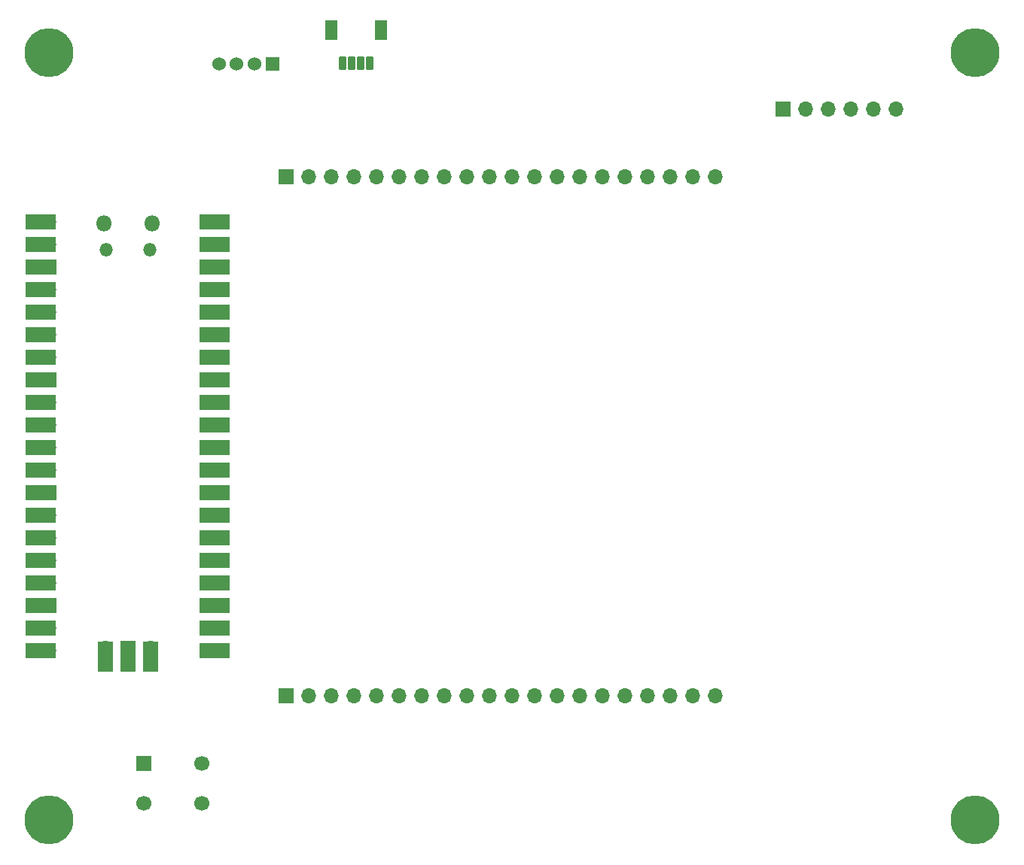
<source format=gts>
G04 #@! TF.GenerationSoftware,KiCad,Pcbnew,7.0.11-7.0.11~ubuntu22.04.1*
G04 #@! TF.CreationDate,2024-10-29T07:47:49+09:00*
G04 #@! TF.ProjectId,Akashi-19,416b6173-6869-42d3-9139-2e6b69636164,rev?*
G04 #@! TF.SameCoordinates,Original*
G04 #@! TF.FileFunction,Soldermask,Top*
G04 #@! TF.FilePolarity,Negative*
%FSLAX46Y46*%
G04 Gerber Fmt 4.6, Leading zero omitted, Abs format (unit mm)*
G04 Created by KiCad (PCBNEW 7.0.11-7.0.11~ubuntu22.04.1) date 2024-10-29 07:47:49*
%MOMM*%
%LPD*%
G01*
G04 APERTURE LIST*
G04 Aperture macros list*
%AMRoundRect*
0 Rectangle with rounded corners*
0 $1 Rounding radius*
0 $2 $3 $4 $5 $6 $7 $8 $9 X,Y pos of 4 corners*
0 Add a 4 corners polygon primitive as box body*
4,1,4,$2,$3,$4,$5,$6,$7,$8,$9,$2,$3,0*
0 Add four circle primitives for the rounded corners*
1,1,$1+$1,$2,$3*
1,1,$1+$1,$4,$5*
1,1,$1+$1,$6,$7*
1,1,$1+$1,$8,$9*
0 Add four rect primitives between the rounded corners*
20,1,$1+$1,$2,$3,$4,$5,0*
20,1,$1+$1,$4,$5,$6,$7,0*
20,1,$1+$1,$6,$7,$8,$9,0*
20,1,$1+$1,$8,$9,$2,$3,0*%
G04 Aperture macros list end*
%ADD10C,5.500000*%
%ADD11R,1.700000X1.700000*%
%ADD12O,1.700000X1.700000*%
%ADD13C,1.700000*%
%ADD14O,1.800000X1.800000*%
%ADD15O,1.500000X1.500000*%
%ADD16R,3.500000X1.700000*%
%ADD17R,1.700000X3.500000*%
%ADD18RoundRect,0.101600X0.300000X0.675000X-0.300000X0.675000X-0.300000X-0.675000X0.300000X-0.675000X0*%
%ADD19RoundRect,0.101600X0.600000X1.000000X-0.600000X1.000000X-0.600000X-1.000000X0.600000X-1.000000X0*%
%ADD20R,1.524000X1.524000*%
%ADD21C,1.524000*%
G04 APERTURE END LIST*
D10*
X207010000Y-57150000D03*
X102870000Y-57150000D03*
X102870000Y-143510000D03*
X207010000Y-143510000D03*
D11*
X129540000Y-129540000D03*
D12*
X132080000Y-129540000D03*
X134620000Y-129540000D03*
X137160000Y-129540000D03*
X139700000Y-129540000D03*
X142240000Y-129540000D03*
X144780000Y-129540000D03*
X147320000Y-129540000D03*
X149860000Y-129540000D03*
X152400000Y-129540000D03*
X154940000Y-129540000D03*
X157480000Y-129540000D03*
X160020000Y-129540000D03*
X162560000Y-129540000D03*
X165100000Y-129540000D03*
X167640000Y-129540000D03*
X170180000Y-129540000D03*
X172720000Y-129540000D03*
X175260000Y-129540000D03*
X177800000Y-129540000D03*
D11*
X113590000Y-137160000D03*
D13*
X120090000Y-137160000D03*
X113590000Y-141660000D03*
X120090000Y-141660000D03*
D11*
X129540000Y-71120000D03*
D12*
X132080000Y-71120000D03*
X134620000Y-71120000D03*
X137160000Y-71120000D03*
X139700000Y-71120000D03*
X142240000Y-71120000D03*
X144780000Y-71120000D03*
X147320000Y-71120000D03*
X149860000Y-71120000D03*
X152400000Y-71120000D03*
X154940000Y-71120000D03*
X157480000Y-71120000D03*
X160020000Y-71120000D03*
X162560000Y-71120000D03*
X165100000Y-71120000D03*
X167640000Y-71120000D03*
X170180000Y-71120000D03*
X172720000Y-71120000D03*
X175260000Y-71120000D03*
X177800000Y-71120000D03*
D14*
X109035000Y-76330000D03*
D15*
X109335000Y-79360000D03*
X114185000Y-79360000D03*
D14*
X114485000Y-76330000D03*
D12*
X102870000Y-76200000D03*
D16*
X101970000Y-76200000D03*
D12*
X102870000Y-78740000D03*
D16*
X101970000Y-78740000D03*
D11*
X102870000Y-81280000D03*
D16*
X101970000Y-81280000D03*
D12*
X102870000Y-83820000D03*
D16*
X101970000Y-83820000D03*
D12*
X102870000Y-86360000D03*
D16*
X101970000Y-86360000D03*
D12*
X102870000Y-88900000D03*
D16*
X101970000Y-88900000D03*
D12*
X102870000Y-91440000D03*
D16*
X101970000Y-91440000D03*
D11*
X102870000Y-93980000D03*
D16*
X101970000Y-93980000D03*
D12*
X102870000Y-96520000D03*
D16*
X101970000Y-96520000D03*
D12*
X102870000Y-99060000D03*
D16*
X101970000Y-99060000D03*
D12*
X102870000Y-101600000D03*
D16*
X101970000Y-101600000D03*
D12*
X102870000Y-104140000D03*
D16*
X101970000Y-104140000D03*
D11*
X102870000Y-106680000D03*
D16*
X101970000Y-106680000D03*
D12*
X102870000Y-109220000D03*
D16*
X101970000Y-109220000D03*
D12*
X102870000Y-111760000D03*
D16*
X101970000Y-111760000D03*
D12*
X102870000Y-114300000D03*
D16*
X101970000Y-114300000D03*
D12*
X102870000Y-116840000D03*
D16*
X101970000Y-116840000D03*
D11*
X102870000Y-119380000D03*
D16*
X101970000Y-119380000D03*
D12*
X102870000Y-121920000D03*
D16*
X101970000Y-121920000D03*
D12*
X102870000Y-124460000D03*
D16*
X101970000Y-124460000D03*
D12*
X120650000Y-124460000D03*
D16*
X121550000Y-124460000D03*
D12*
X120650000Y-121920000D03*
D16*
X121550000Y-121920000D03*
D11*
X120650000Y-119380000D03*
D16*
X121550000Y-119380000D03*
D12*
X120650000Y-116840000D03*
D16*
X121550000Y-116840000D03*
D12*
X120650000Y-114300000D03*
D16*
X121550000Y-114300000D03*
D12*
X120650000Y-111760000D03*
D16*
X121550000Y-111760000D03*
D12*
X120650000Y-109220000D03*
D16*
X121550000Y-109220000D03*
D11*
X120650000Y-106680000D03*
D16*
X121550000Y-106680000D03*
D12*
X120650000Y-104140000D03*
D16*
X121550000Y-104140000D03*
D12*
X120650000Y-101600000D03*
D16*
X121550000Y-101600000D03*
D12*
X120650000Y-99060000D03*
D16*
X121550000Y-99060000D03*
D12*
X120650000Y-96520000D03*
D16*
X121550000Y-96520000D03*
D11*
X120650000Y-93980000D03*
D16*
X121550000Y-93980000D03*
D12*
X120650000Y-91440000D03*
D16*
X121550000Y-91440000D03*
D12*
X120650000Y-88900000D03*
D16*
X121550000Y-88900000D03*
D12*
X120650000Y-86360000D03*
D16*
X121550000Y-86360000D03*
D12*
X120650000Y-83820000D03*
D16*
X121550000Y-83820000D03*
D11*
X120650000Y-81280000D03*
D16*
X121550000Y-81280000D03*
D12*
X120650000Y-78740000D03*
D16*
X121550000Y-78740000D03*
D12*
X120650000Y-76200000D03*
D16*
X121550000Y-76200000D03*
D12*
X109220000Y-124230000D03*
D17*
X109220000Y-125130000D03*
D11*
X111760000Y-124230000D03*
D17*
X111760000Y-125130000D03*
D12*
X114300000Y-124230000D03*
D17*
X114300000Y-125130000D03*
D11*
X185420000Y-63500000D03*
D12*
X187960000Y-63500000D03*
X190500000Y-63500000D03*
X193040000Y-63500000D03*
X195580000Y-63500000D03*
X198120000Y-63500000D03*
D18*
X138920000Y-58285000D03*
X137920000Y-58285000D03*
X136920000Y-58285000D03*
X135920000Y-58285000D03*
D19*
X134620000Y-54610000D03*
X140220000Y-54610000D03*
D20*
X128000000Y-58420000D03*
D21*
X126000000Y-58420000D03*
X124000000Y-58420000D03*
X122000000Y-58420000D03*
M02*

</source>
